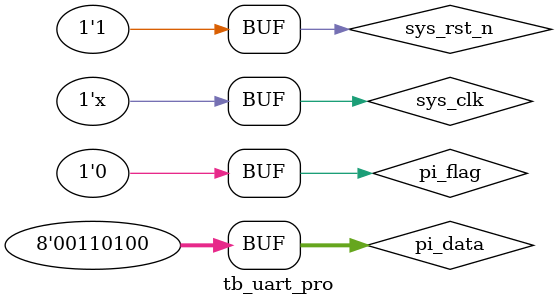
<source format=v>
`timescale  1ns/1ns

module	tb_uart_pro();
reg	sys_rst_n		;
reg	sys_clk			;
reg[7:0]	pi_data	;
reg	pi_flag			;

wire	[9:0]	x;
wire	[9:0]	y;
wire	[9:0]	w;
wire	[9:0]	h;

initial begin
        sys_clk    = 1'b1;
        sys_rst_n <= 1'b0;
        #20;
        sys_rst_n <= 1'b1;
end

//模拟发送7次数据，分别为0~7
initial begin
        pi_data <= 8'b0;
        pi_flag <= 1'b0;
        #200
        //发送数据0
        pi_data <= 8'd54;
        pi_flag <= 1'b1;
        #20
        pi_flag <= 1'b0;
//每发送1bit数据需要5208个时钟周期，一帧数据为10bit
//所以需要数据延时(5208*20*10)后再产生下一个数据
        #(5208*20*10);
        //发送数据1
        pi_data <= 8'd52;
        pi_flag <= 1'b1;
        #20
        pi_flag <= 1'b0;
        #(5208*20*10);
        //发送数据2
        pi_data <= 8'd48;
        pi_flag <= 1'b1;
        #20
        pi_flag <= 1'b0;
        #(5208*20*10);
        //发送数据3
        pi_data <= 8'd52;
        pi_flag <= 1'b1;
        #20
        pi_flag <= 1'b0;
        #(5208*20*10);
        //发送数据4
        pi_data <= 8'd56;
        pi_flag <= 1'b1;
        #20
        pi_flag <= 1'b0;
        #(5208*20*10);
        //发送数据5
        pi_data <= 8'd48;
        pi_flag <= 1'b1;
        #20
        pi_flag <= 1'b0;
        #(5208*20*10);
        //发送数据6
        pi_data <= 8'd48;
        pi_flag <= 1'b1;
        #20
        pi_flag <= 1'b0;
        #(5208*20*10);
        //发送数据7
        pi_data <= 8'd48;
        pi_flag <= 1'b1;
        #20
        pi_flag <= 1'b0;
		#(5208*20*10);
		//发送数据8
        pi_data <= 8'd49;
        pi_flag <= 1'b1;
        #20
        pi_flag <= 1'b0;
		#(5208*20*10);
		 //发送数据9
        pi_data <= 8'd50;
        pi_flag <= 1'b1;
        #20
        pi_flag <= 1'b0;
		#(5208*20*10);
		 //发送数据10
        pi_data <= 8'd51;
        pi_flag <= 1'b1;
        #20
        pi_flag <= 1'b0;
		#(5208*20*10);
		 //发送数据11
        pi_data <= 8'd52;
        pi_flag <= 1'b1;
        #20
        pi_flag <= 1'b0;
end

//sys_clk:每10ns电平翻转一次，产生一个50MHz的时钟信号
always #10 sys_clk = ~sys_clk;
uart_pro	tb_uart_pro
(
	.sys_rst_n(sys_rst_n)		,
	.sys_clk(sys_clk)			,
	.pi_data(pi_data)			,
	.pi_flag(pi_flag)			,
	
	.x(x),
	.y(y),
	.w(w),
	.h(h)
	
);
endmodule
</source>
